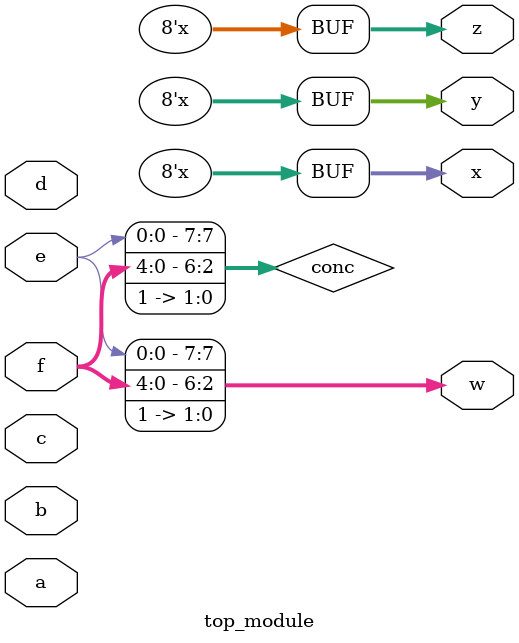
<source format=sv>
module top_module (
  input [4:0] a,
  input [4:0] b,
  input [4:0] c,
  input [4:0] d,
  input [4:0] e,
  input [4:0] f,
  output [7:0] w,
  output [7:0] x,
  output [7:0] y,
  output [7:0] z
);
  
  reg [7:0] conc; // concatenation signal
  
  always @* begin
    conc = {a, b, c, d, e, f, 2'b11};
    w = conc[7:0];
    x = conc[15:8]; 
    y = conc[23:16]; 
    z = conc[31:24];
  end

endmodule

</source>
